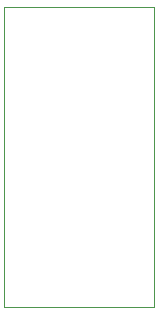
<source format=gbr>
G04 #@! TF.GenerationSoftware,KiCad,Pcbnew,(6.0.7)*
G04 #@! TF.CreationDate,2022-08-12T15:34:28-07:00*
G04 #@! TF.ProjectId,mlx90614-breakout,6d6c7839-3036-4313-942d-627265616b6f,rev?*
G04 #@! TF.SameCoordinates,Original*
G04 #@! TF.FileFunction,Profile,NP*
%FSLAX46Y46*%
G04 Gerber Fmt 4.6, Leading zero omitted, Abs format (unit mm)*
G04 Created by KiCad (PCBNEW (6.0.7)) date 2022-08-12 15:34:28*
%MOMM*%
%LPD*%
G01*
G04 APERTURE LIST*
G04 #@! TA.AperFunction,Profile*
%ADD10C,0.050000*%
G04 #@! TD*
G04 APERTURE END LIST*
D10*
X104599999Y-58100001D02*
X117299999Y-58100001D01*
X117299999Y-58100001D02*
X117299999Y-83500001D01*
X104599999Y-58100001D02*
X104599999Y-83500001D01*
X104599999Y-83500001D02*
X117299999Y-83500001D01*
M02*

</source>
